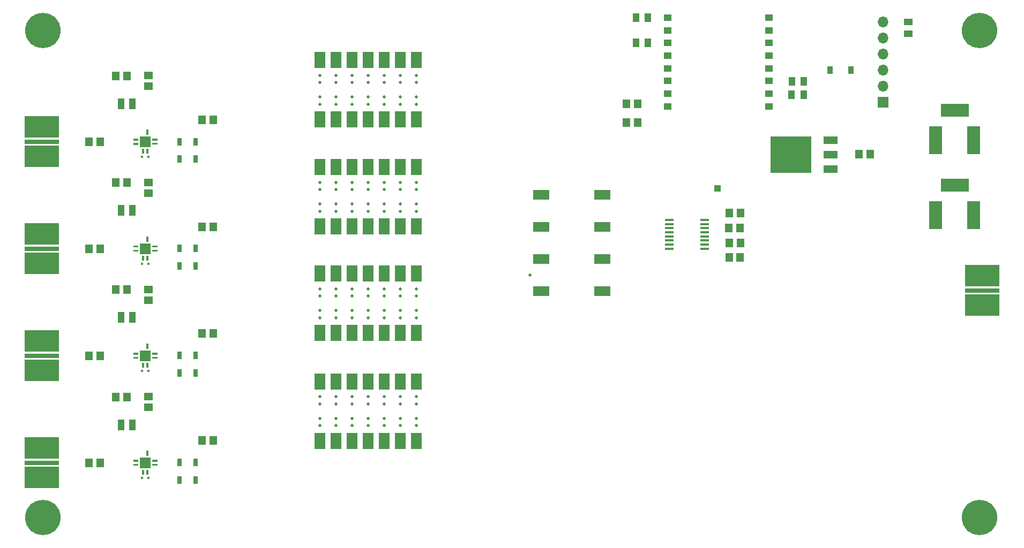
<source format=gbr>
%TF.GenerationSoftware,KiCad,Pcbnew,6.0.11*%
%TF.CreationDate,2023-02-03T09:16:35-05:00*%
%TF.ProjectId,PhasedArrayReceiver,50686173-6564-4417-9272-617952656365,rev?*%
%TF.SameCoordinates,Original*%
%TF.FileFunction,Soldermask,Top*%
%TF.FilePolarity,Negative*%
%FSLAX46Y46*%
G04 Gerber Fmt 4.6, Leading zero omitted, Abs format (unit mm)*
G04 Created by KiCad (PCBNEW 6.0.11) date 2023-02-03 09:16:35*
%MOMM*%
%LPD*%
G01*
G04 APERTURE LIST*
%ADD10R,1.420000X1.200000*%
%ADD11R,1.020000X1.780000*%
%ADD12R,1.010000X1.380000*%
%ADD13R,1.380000X1.010000*%
%ADD14R,2.000000X4.500000*%
%ADD15R,4.500000X2.000000*%
%ADD16R,1.150000X1.450000*%
%ADD17R,1.160000X1.470000*%
%ADD18C,3.600000*%
%ADD19C,5.600000*%
%ADD20R,5.540000X0.720000*%
%ADD21R,5.540000X3.450000*%
%ADD22C,1.400000*%
%ADD23R,2.540000X1.650000*%
%ADD24C,0.508000*%
%ADD25R,2.200000X1.200000*%
%ADD26R,6.400000X5.800000*%
%ADD27R,1.473200X0.355600*%
%ADD28R,1.651000X2.540000*%
%ADD29R,0.760000X1.270000*%
%ADD30C,0.381000*%
%ADD31R,1.000000X1.000000*%
%ADD32R,1.200000X1.000000*%
%ADD33R,1.700000X1.700000*%
%ADD34O,1.700000X1.700000*%
%ADD35R,0.900000X1.200000*%
G04 APERTURE END LIST*
%TO.C,U6*%
G36*
X92340000Y-120480000D02*
G01*
X92640000Y-120480000D01*
X92640000Y-121270000D01*
X92340000Y-121270000D01*
X92340000Y-120480000D01*
G37*
G36*
X93265000Y-118900000D02*
G01*
X94055000Y-118900000D01*
X94055000Y-119200000D01*
X93265000Y-119200000D01*
X93265000Y-118900000D01*
G37*
G36*
X93265000Y-119550000D02*
G01*
X94055000Y-119550000D01*
X94055000Y-119850000D01*
X93265000Y-119850000D01*
X93265000Y-119550000D01*
G37*
G36*
X91310000Y-118530000D02*
G01*
X93010000Y-118530000D01*
X93010000Y-120230000D01*
X91310000Y-120230000D01*
X91310000Y-118530000D01*
G37*
G36*
X90265000Y-118900000D02*
G01*
X91055000Y-118900000D01*
X91055000Y-119200000D01*
X90265000Y-119200000D01*
X90265000Y-118900000D01*
G37*
G36*
X91680000Y-120485000D02*
G01*
X91980000Y-120485000D01*
X91980000Y-121275000D01*
X91680000Y-121275000D01*
X91680000Y-120485000D01*
G37*
G36*
X92340000Y-118275000D02*
G01*
X92640000Y-118275000D01*
X92640000Y-117485000D01*
X92340000Y-117485000D01*
X92340000Y-118275000D01*
G37*
G36*
X90265000Y-119560000D02*
G01*
X91055000Y-119560000D01*
X91055000Y-119860000D01*
X90265000Y-119860000D01*
X90265000Y-119560000D01*
G37*
%TO.C,U5*%
G36*
X92340000Y-103540000D02*
G01*
X92640000Y-103540000D01*
X92640000Y-104330000D01*
X92340000Y-104330000D01*
X92340000Y-103540000D01*
G37*
G36*
X93265000Y-101960000D02*
G01*
X94055000Y-101960000D01*
X94055000Y-102260000D01*
X93265000Y-102260000D01*
X93265000Y-101960000D01*
G37*
G36*
X93265000Y-102610000D02*
G01*
X94055000Y-102610000D01*
X94055000Y-102910000D01*
X93265000Y-102910000D01*
X93265000Y-102610000D01*
G37*
G36*
X91310000Y-101590000D02*
G01*
X93010000Y-101590000D01*
X93010000Y-103290000D01*
X91310000Y-103290000D01*
X91310000Y-101590000D01*
G37*
G36*
X90265000Y-101960000D02*
G01*
X91055000Y-101960000D01*
X91055000Y-102260000D01*
X90265000Y-102260000D01*
X90265000Y-101960000D01*
G37*
G36*
X91680000Y-103545000D02*
G01*
X91980000Y-103545000D01*
X91980000Y-104335000D01*
X91680000Y-104335000D01*
X91680000Y-103545000D01*
G37*
G36*
X92340000Y-101335000D02*
G01*
X92640000Y-101335000D01*
X92640000Y-100545000D01*
X92340000Y-100545000D01*
X92340000Y-101335000D01*
G37*
G36*
X90265000Y-102620000D02*
G01*
X91055000Y-102620000D01*
X91055000Y-102920000D01*
X90265000Y-102920000D01*
X90265000Y-102620000D01*
G37*
%TO.C,U4*%
G36*
X90265000Y-85680000D02*
G01*
X91055000Y-85680000D01*
X91055000Y-85980000D01*
X90265000Y-85980000D01*
X90265000Y-85680000D01*
G37*
G36*
X92340000Y-84395000D02*
G01*
X92640000Y-84395000D01*
X92640000Y-83605000D01*
X92340000Y-83605000D01*
X92340000Y-84395000D01*
G37*
G36*
X91680000Y-86605000D02*
G01*
X91980000Y-86605000D01*
X91980000Y-87395000D01*
X91680000Y-87395000D01*
X91680000Y-86605000D01*
G37*
G36*
X90265000Y-85020000D02*
G01*
X91055000Y-85020000D01*
X91055000Y-85320000D01*
X90265000Y-85320000D01*
X90265000Y-85020000D01*
G37*
G36*
X91310000Y-84650000D02*
G01*
X93010000Y-84650000D01*
X93010000Y-86350000D01*
X91310000Y-86350000D01*
X91310000Y-84650000D01*
G37*
G36*
X93265000Y-85670000D02*
G01*
X94055000Y-85670000D01*
X94055000Y-85970000D01*
X93265000Y-85970000D01*
X93265000Y-85670000D01*
G37*
G36*
X93265000Y-85020000D02*
G01*
X94055000Y-85020000D01*
X94055000Y-85320000D01*
X93265000Y-85320000D01*
X93265000Y-85020000D01*
G37*
G36*
X92340000Y-86600000D02*
G01*
X92640000Y-86600000D01*
X92640000Y-87390000D01*
X92340000Y-87390000D01*
X92340000Y-86600000D01*
G37*
%TO.C,U1*%
G36*
X92340000Y-69690000D02*
G01*
X92640000Y-69690000D01*
X92640000Y-70480000D01*
X92340000Y-70480000D01*
X92340000Y-69690000D01*
G37*
G36*
X93265000Y-68110000D02*
G01*
X94055000Y-68110000D01*
X94055000Y-68410000D01*
X93265000Y-68410000D01*
X93265000Y-68110000D01*
G37*
G36*
X93265000Y-68760000D02*
G01*
X94055000Y-68760000D01*
X94055000Y-69060000D01*
X93265000Y-69060000D01*
X93265000Y-68760000D01*
G37*
G36*
X91310000Y-67740000D02*
G01*
X93010000Y-67740000D01*
X93010000Y-69440000D01*
X91310000Y-69440000D01*
X91310000Y-67740000D01*
G37*
G36*
X90265000Y-68110000D02*
G01*
X91055000Y-68110000D01*
X91055000Y-68410000D01*
X90265000Y-68410000D01*
X90265000Y-68110000D01*
G37*
G36*
X91680000Y-69695000D02*
G01*
X91980000Y-69695000D01*
X91980000Y-70485000D01*
X91680000Y-70485000D01*
X91680000Y-69695000D01*
G37*
G36*
X92340000Y-67485000D02*
G01*
X92640000Y-67485000D01*
X92640000Y-66695000D01*
X92340000Y-66695000D01*
X92340000Y-67485000D01*
G37*
G36*
X90265000Y-68770000D02*
G01*
X91055000Y-68770000D01*
X91055000Y-69070000D01*
X90265000Y-69070000D01*
X90265000Y-68770000D01*
G37*
%TD*%
D10*
%TO.C,R4*%
X92690000Y-110605000D03*
X92690000Y-108935000D03*
%TD*%
%TO.C,R3*%
X92690000Y-93665000D03*
X92690000Y-91995000D03*
%TD*%
%TO.C,R2*%
X92690000Y-76725000D03*
X92690000Y-75055000D03*
%TD*%
%TO.C,R1*%
X92660000Y-59815000D03*
X92660000Y-58145000D03*
%TD*%
D11*
%TO.C,L4*%
X88350000Y-113350000D03*
X90130000Y-113350000D03*
%TD*%
%TO.C,L3*%
X88350000Y-96410000D03*
X90130000Y-96410000D03*
%TD*%
%TO.C,L2*%
X88350000Y-79470000D03*
X90130000Y-79470000D03*
%TD*%
%TO.C,L1*%
X88350000Y-62560000D03*
X90130000Y-62560000D03*
%TD*%
D12*
%TO.C,R9*%
X194290000Y-61140000D03*
X196190000Y-61140000D03*
%TD*%
%TO.C,R8*%
X196200000Y-59000000D03*
X194300000Y-59000000D03*
%TD*%
%TO.C,R7*%
X169700000Y-52930000D03*
X171600000Y-52930000D03*
%TD*%
%TO.C,R6*%
X169700000Y-48980000D03*
X171600000Y-48980000D03*
%TD*%
D13*
%TO.C,R5*%
X212730000Y-51540000D03*
X212730000Y-49640000D03*
%TD*%
D14*
%TO.C,J7*%
X217050000Y-80170000D03*
X223050000Y-80170000D03*
D15*
X220050000Y-75470000D03*
%TD*%
D14*
%TO.C,J6*%
X217050000Y-68330000D03*
X223050000Y-68330000D03*
D15*
X220050000Y-63630000D03*
%TD*%
D16*
%TO.C,C19*%
X204910000Y-70590000D03*
X206710000Y-70590000D03*
%TD*%
%TO.C,C18*%
X169970000Y-65580000D03*
X168170000Y-65580000D03*
%TD*%
%TO.C,C14*%
X184420000Y-84590000D03*
X186220000Y-84590000D03*
%TD*%
%TO.C,C13*%
X184410000Y-79870000D03*
X186210000Y-79870000D03*
%TD*%
D17*
%TO.C,C1*%
X83290000Y-68570000D03*
X85050000Y-68570000D03*
%TD*%
%TO.C,C17*%
X169940000Y-62570000D03*
X168180000Y-62570000D03*
%TD*%
%TO.C,C16*%
X184400000Y-86930000D03*
X186160000Y-86930000D03*
%TD*%
%TO.C,C15*%
X184380000Y-82240000D03*
X186140000Y-82240000D03*
%TD*%
%TO.C,C12*%
X101160000Y-115850000D03*
X102920000Y-115850000D03*
%TD*%
%TO.C,C11*%
X101160000Y-98940000D03*
X102920000Y-98940000D03*
%TD*%
%TO.C,C10*%
X101160000Y-82030000D03*
X102920000Y-82030000D03*
%TD*%
%TO.C,C9*%
X89240000Y-108950000D03*
X87480000Y-108950000D03*
%TD*%
%TO.C,C8*%
X89240000Y-92010000D03*
X87480000Y-92010000D03*
%TD*%
%TO.C,C7*%
X89240000Y-75070000D03*
X87480000Y-75070000D03*
%TD*%
%TO.C,C6*%
X83290000Y-119380000D03*
X85050000Y-119380000D03*
%TD*%
%TO.C,C5*%
X83290000Y-102440000D03*
X85050000Y-102440000D03*
%TD*%
%TO.C,C4*%
X83290000Y-85510000D03*
X85050000Y-85510000D03*
%TD*%
%TO.C,C3*%
X101160000Y-65120000D03*
X102920000Y-65120000D03*
%TD*%
%TO.C,C2*%
X89240000Y-58160000D03*
X87480000Y-58160000D03*
%TD*%
D18*
%TO.C,REF\u002A\u002A*%
X76000000Y-128000000D03*
D19*
X76000000Y-128000000D03*
%TD*%
D18*
%TO.C,REF\u002A\u002A*%
X224000000Y-128000000D03*
D19*
X224000000Y-128000000D03*
%TD*%
D18*
%TO.C,REF\u002A\u002A*%
X224000000Y-51000000D03*
D19*
X224000000Y-51000000D03*
%TD*%
D18*
%TO.C,REF\u002A\u002A*%
X76000000Y-51000000D03*
D19*
X76000000Y-51000000D03*
%TD*%
D20*
%TO.C,J8*%
X224395000Y-92120000D03*
D21*
X224395000Y-89780000D03*
D22*
X223205000Y-90685000D03*
X225497000Y-90685000D03*
D21*
X224395000Y-94460000D03*
D22*
X223205000Y-93555000D03*
X225497000Y-93555000D03*
%TD*%
D20*
%TO.C,J4*%
X75825000Y-119380000D03*
D21*
X75825000Y-121720000D03*
D22*
X77015000Y-120815000D03*
X74723000Y-120815000D03*
D21*
X75825000Y-117040000D03*
D22*
X77015000Y-117945000D03*
X74723000Y-117945000D03*
%TD*%
D20*
%TO.C,J3*%
X75825000Y-102446666D03*
D21*
X75825000Y-104786666D03*
D22*
X77015000Y-103881666D03*
X74723000Y-103881666D03*
D21*
X75825000Y-100106666D03*
D22*
X77015000Y-101011666D03*
X74723000Y-101011666D03*
%TD*%
D20*
%TO.C,J2*%
X75825000Y-85513333D03*
D21*
X75825000Y-87853333D03*
D22*
X77015000Y-86948333D03*
X74723000Y-86948333D03*
D21*
X75825000Y-83173333D03*
D22*
X77015000Y-84078333D03*
X74723000Y-84078333D03*
%TD*%
D20*
%TO.C,J1*%
X75825000Y-68580000D03*
D21*
X75825000Y-70920000D03*
D22*
X77015000Y-70015000D03*
X74723000Y-70015000D03*
D21*
X75825000Y-66240000D03*
D22*
X77015000Y-67145000D03*
X74723000Y-67145000D03*
%TD*%
D23*
%TO.C,U9*%
X164375000Y-82050000D03*
X164375000Y-92210000D03*
X164375000Y-76970000D03*
D24*
X152950000Y-89690000D03*
D23*
X154725000Y-92210000D03*
X164375000Y-87130000D03*
X154725000Y-87130000D03*
X154725000Y-82050000D03*
X154725000Y-76970000D03*
%TD*%
D25*
%TO.C,U15*%
X200460000Y-72900000D03*
X200460000Y-70620000D03*
D26*
X194160000Y-70620000D03*
D25*
X200460000Y-68340000D03*
%TD*%
D27*
%TO.C,U14*%
X174918500Y-80944000D03*
X174918500Y-81604400D03*
X174918500Y-82264800D03*
X174918500Y-82899800D03*
X174918500Y-83560200D03*
X174918500Y-84195200D03*
X174918500Y-84855600D03*
X174918500Y-85516000D03*
X180557300Y-85516000D03*
X180557300Y-84855600D03*
X180557300Y-84195200D03*
X180557300Y-83560200D03*
X180557300Y-82899800D03*
X180557300Y-82264800D03*
X180557300Y-81604400D03*
X180557300Y-80944000D03*
%TD*%
D28*
%TO.C,U13*%
X135020000Y-115910000D03*
X132480000Y-115910000D03*
X127400000Y-115910000D03*
X124860000Y-106510000D03*
D24*
X135020000Y-108923000D03*
D28*
X127400000Y-106510000D03*
D24*
X129940000Y-110066000D03*
X119780000Y-108923000D03*
X135020000Y-113497000D03*
X132480000Y-110066000D03*
X135020000Y-110066000D03*
X132480000Y-108923000D03*
X122320000Y-112354000D03*
X129940000Y-108923000D03*
D28*
X132480000Y-106510000D03*
D24*
X124860000Y-112354000D03*
X127400000Y-110066000D03*
X119780000Y-112354000D03*
X127400000Y-113497000D03*
D28*
X122320000Y-106510000D03*
D24*
X132480000Y-112354000D03*
X124860000Y-113497000D03*
D28*
X129940000Y-115910000D03*
D24*
X129940000Y-113497000D03*
X129940000Y-112354000D03*
X127400000Y-112354000D03*
X122320000Y-113497000D03*
D28*
X119780000Y-106510000D03*
D24*
X122320000Y-110066000D03*
X122320000Y-108923000D03*
D28*
X135020000Y-106510000D03*
X124860000Y-115910000D03*
X129940000Y-106510000D03*
D24*
X132480000Y-113497000D03*
X124860000Y-110066000D03*
X119780000Y-110066000D03*
D28*
X122320000Y-115910000D03*
D24*
X127400000Y-108923000D03*
X124860000Y-108923000D03*
X135020000Y-112354000D03*
X119780000Y-113497000D03*
D28*
X119780000Y-115910000D03*
%TD*%
%TO.C,U12*%
X135020000Y-98847500D03*
X132480000Y-98847500D03*
X127400000Y-98847500D03*
X124860000Y-89447500D03*
D24*
X135020000Y-91860500D03*
D28*
X127400000Y-89447500D03*
D24*
X129940000Y-93003500D03*
X119780000Y-91860500D03*
X135020000Y-96434500D03*
X132480000Y-93003500D03*
X135020000Y-93003500D03*
X132480000Y-91860500D03*
X122320000Y-95291500D03*
X129940000Y-91860500D03*
D28*
X132480000Y-89447500D03*
D24*
X124860000Y-95291500D03*
X127400000Y-93003500D03*
X119780000Y-95291500D03*
X127400000Y-96434500D03*
D28*
X122320000Y-89447500D03*
D24*
X132480000Y-95291500D03*
X124860000Y-96434500D03*
D28*
X129940000Y-98847500D03*
D24*
X129940000Y-96434500D03*
X129940000Y-95291500D03*
X127400000Y-95291500D03*
X122320000Y-96434500D03*
D28*
X119780000Y-89447500D03*
D24*
X122320000Y-93003500D03*
X122320000Y-91860500D03*
D28*
X135020000Y-89447500D03*
X124860000Y-98847500D03*
X129940000Y-89447500D03*
D24*
X132480000Y-96434500D03*
X124860000Y-93003500D03*
X119780000Y-93003500D03*
D28*
X122320000Y-98847500D03*
D24*
X127400000Y-91860500D03*
X124860000Y-91860500D03*
X135020000Y-95291500D03*
X119780000Y-96434500D03*
D28*
X119780000Y-98847500D03*
%TD*%
%TO.C,U11*%
X135020000Y-82010000D03*
X132480000Y-82010000D03*
X127400000Y-82010000D03*
X124860000Y-72610000D03*
D24*
X135020000Y-75023000D03*
D28*
X127400000Y-72610000D03*
D24*
X129940000Y-76166000D03*
X119780000Y-75023000D03*
X135020000Y-79597000D03*
X132480000Y-76166000D03*
X135020000Y-76166000D03*
X132480000Y-75023000D03*
X122320000Y-78454000D03*
X129940000Y-75023000D03*
D28*
X132480000Y-72610000D03*
D24*
X124860000Y-78454000D03*
X127400000Y-76166000D03*
X119780000Y-78454000D03*
X127400000Y-79597000D03*
D28*
X122320000Y-72610000D03*
D24*
X132480000Y-78454000D03*
X124860000Y-79597000D03*
D28*
X129940000Y-82010000D03*
D24*
X129940000Y-79597000D03*
X129940000Y-78454000D03*
X127400000Y-78454000D03*
X122320000Y-79597000D03*
D28*
X119780000Y-72610000D03*
D24*
X122320000Y-76166000D03*
X122320000Y-75023000D03*
D28*
X135020000Y-72610000D03*
X124860000Y-82010000D03*
X129940000Y-72610000D03*
D24*
X132480000Y-79597000D03*
X124860000Y-76166000D03*
X119780000Y-76166000D03*
D28*
X122320000Y-82010000D03*
D24*
X127400000Y-75023000D03*
X124860000Y-75023000D03*
X135020000Y-78454000D03*
X119780000Y-79597000D03*
D28*
X119780000Y-82010000D03*
%TD*%
D29*
%TO.C,U10*%
X97590000Y-119295000D03*
X100130000Y-119295000D03*
X100130000Y-122085000D03*
X97590000Y-122085000D03*
%TD*%
%TO.C,U8*%
X97590000Y-102385000D03*
X100130000Y-102385000D03*
X100130000Y-105175000D03*
X97590000Y-105175000D03*
%TD*%
%TO.C,U7*%
X97590000Y-85475000D03*
X100130000Y-85475000D03*
X100130000Y-88265000D03*
X97590000Y-88265000D03*
%TD*%
D30*
%TO.C,U6*%
X91677400Y-121793000D03*
X91677400Y-119862600D03*
X91677400Y-118897400D03*
X92642600Y-119862600D03*
X92642600Y-121793000D03*
X92642600Y-118897400D03*
%TD*%
%TO.C,U5*%
X91677400Y-104853000D03*
X91677400Y-102922600D03*
X91677400Y-101957400D03*
X92642600Y-102922600D03*
X92642600Y-104853000D03*
X92642600Y-101957400D03*
%TD*%
%TO.C,U4*%
X92642600Y-85017400D03*
X92642600Y-87913000D03*
X92642600Y-85982600D03*
X91677400Y-85017400D03*
X91677400Y-85982600D03*
X91677400Y-87913000D03*
%TD*%
D29*
%TO.C,U3*%
X97590000Y-68565000D03*
X100130000Y-68565000D03*
X100130000Y-71355000D03*
X97590000Y-71355000D03*
%TD*%
D28*
%TO.C,U2*%
X119780000Y-65070000D03*
D24*
X119780000Y-62657000D03*
X135020000Y-61514000D03*
X124860000Y-58083000D03*
X127400000Y-58083000D03*
D28*
X122320000Y-65070000D03*
D24*
X119780000Y-59226000D03*
X124860000Y-59226000D03*
X132480000Y-62657000D03*
D28*
X129940000Y-55670000D03*
X124860000Y-65070000D03*
X135020000Y-55670000D03*
D24*
X122320000Y-58083000D03*
X122320000Y-59226000D03*
D28*
X119780000Y-55670000D03*
D24*
X122320000Y-62657000D03*
X127400000Y-61514000D03*
X129940000Y-61514000D03*
X129940000Y-62657000D03*
D28*
X129940000Y-65070000D03*
D24*
X124860000Y-62657000D03*
X132480000Y-61514000D03*
D28*
X122320000Y-55670000D03*
D24*
X127400000Y-62657000D03*
X119780000Y-61514000D03*
X127400000Y-59226000D03*
X124860000Y-61514000D03*
D28*
X132480000Y-55670000D03*
D24*
X129940000Y-58083000D03*
X122320000Y-61514000D03*
X132480000Y-58083000D03*
X135020000Y-59226000D03*
X132480000Y-59226000D03*
X135020000Y-62657000D03*
X119780000Y-58083000D03*
X129940000Y-59226000D03*
D28*
X127400000Y-55670000D03*
D24*
X135020000Y-58083000D03*
D28*
X124860000Y-55670000D03*
X127400000Y-65070000D03*
X132480000Y-65070000D03*
X135020000Y-65070000D03*
%TD*%
D30*
%TO.C,U1*%
X91677400Y-71003000D03*
X91677400Y-69072600D03*
X91677400Y-68107400D03*
X92642600Y-69072600D03*
X92642600Y-71003000D03*
X92642600Y-68107400D03*
%TD*%
D31*
%TO.C,TP1*%
X182580000Y-75990000D03*
%TD*%
D32*
%TO.C,MOD1*%
X174680000Y-48980000D03*
X174680000Y-50980000D03*
X174680000Y-52980000D03*
X174680000Y-54980000D03*
X174680000Y-56980000D03*
X174680000Y-58980000D03*
X174680000Y-60980000D03*
X174680000Y-62980000D03*
X190680000Y-62980000D03*
X190680000Y-60980000D03*
X190680000Y-58980000D03*
X190680000Y-56980000D03*
X190680000Y-54980000D03*
X190680000Y-52980000D03*
X190680000Y-50980000D03*
X190680000Y-48980000D03*
%TD*%
D33*
%TO.C,J5*%
X208760000Y-62340000D03*
D34*
X208760000Y-59800000D03*
X208760000Y-57260000D03*
X208760000Y-54720000D03*
X208760000Y-52180000D03*
X208760000Y-49640000D03*
%TD*%
D35*
%TO.C,D1*%
X200370000Y-57240000D03*
X203670000Y-57240000D03*
%TD*%
M02*

</source>
